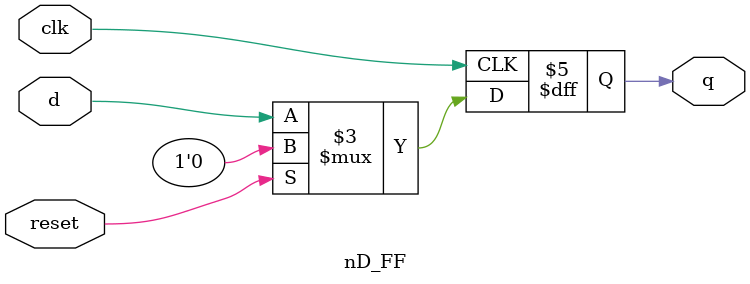
<source format=sv>
`timescale 1 ps / 100 fs

module nD_FF (q, d, reset, clk);
 output reg q;
 input d, reset, clk;
 
 always_ff @(negedge clk)
 if (reset)
 q <= 0; // On reset, set to 0
 else
 q <= d; // Otherwise out = d
endmodule
</source>
